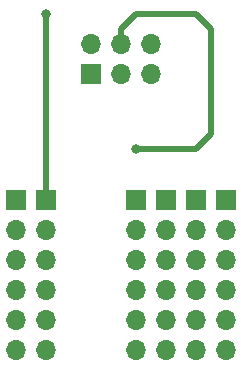
<source format=gbr>
G04 #@! TF.GenerationSoftware,KiCad,Pcbnew,(5.0.1-3-g963ef8bb5)*
G04 #@! TF.CreationDate,2018-12-11T08:39:45-08:00*
G04 #@! TF.ProjectId,isp_adapter,6973705F616461707465722E6B696361,rev?*
G04 #@! TF.SameCoordinates,Original*
G04 #@! TF.FileFunction,Copper,L2,Bot,Signal*
G04 #@! TF.FilePolarity,Positive*
%FSLAX46Y46*%
G04 Gerber Fmt 4.6, Leading zero omitted, Abs format (unit mm)*
G04 Created by KiCad (PCBNEW (5.0.1-3-g963ef8bb5)) date Tuesday, December 11, 2018 at 08:39:45 AM*
%MOMM*%
%LPD*%
G01*
G04 APERTURE LIST*
G04 #@! TA.AperFunction,ComponentPad*
%ADD10O,1.700000X1.700000*%
G04 #@! TD*
G04 #@! TA.AperFunction,ComponentPad*
%ADD11R,1.700000X1.700000*%
G04 #@! TD*
G04 #@! TA.AperFunction,ViaPad*
%ADD12C,0.800000*%
G04 #@! TD*
G04 #@! TA.AperFunction,Conductor*
%ADD13C,0.500000*%
G04 #@! TD*
G04 APERTURE END LIST*
D10*
G04 #@! TO.P,J1,6*
G04 #@! TO.N,Net-(J1-Pad6)*
X130810000Y-106680000D03*
G04 #@! TO.P,J1,5*
G04 #@! TO.N,Net-(J1-Pad5)*
X130810000Y-109220000D03*
G04 #@! TO.P,J1,4*
G04 #@! TO.N,Net-(J1-Pad4)*
X128270000Y-106680000D03*
G04 #@! TO.P,J1,3*
G04 #@! TO.N,Net-(J1-Pad3)*
X128270000Y-109220000D03*
G04 #@! TO.P,J1,2*
G04 #@! TO.N,Net-(J1-Pad2)*
X125730000Y-106680000D03*
D11*
G04 #@! TO.P,J1,1*
G04 #@! TO.N,Net-(J1-Pad1)*
X125730000Y-109220000D03*
G04 #@! TD*
D10*
G04 #@! TO.P,PIN1,1*
G04 #@! TO.N,Net-(J1-Pad2)*
X119380000Y-132635001D03*
X119380000Y-130095001D03*
X119380000Y-127555001D03*
X119380000Y-125015001D03*
X119380000Y-122475001D03*
D11*
X119380000Y-119935001D03*
G04 #@! TD*
G04 #@! TO.P,PIN2,1*
G04 #@! TO.N,Net-(J1-Pad6)*
X121920000Y-119935001D03*
D10*
X121920000Y-122475001D03*
X121920000Y-125015001D03*
X121920000Y-127555001D03*
X121920000Y-130095001D03*
X121920000Y-132635001D03*
G04 #@! TD*
G04 #@! TO.P,PIN5,1*
G04 #@! TO.N,Net-(J1-Pad4)*
X129540000Y-132635001D03*
X129540000Y-130095001D03*
X129540000Y-127555001D03*
X129540000Y-125015001D03*
X129540000Y-122475001D03*
D11*
X129540000Y-119935001D03*
G04 #@! TD*
G04 #@! TO.P,PIN6,1*
G04 #@! TO.N,Net-(J1-Pad1)*
X132080000Y-119935001D03*
D10*
X132080000Y-122475001D03*
X132080000Y-125015001D03*
X132080000Y-127555001D03*
X132080000Y-130095001D03*
X132080000Y-132635001D03*
G04 #@! TD*
G04 #@! TO.P,PIN7,1*
G04 #@! TO.N,Net-(J1-Pad3)*
X134620000Y-132635001D03*
X134620000Y-130095001D03*
X134620000Y-127555001D03*
X134620000Y-125015001D03*
X134620000Y-122475001D03*
D11*
X134620000Y-119935001D03*
G04 #@! TD*
G04 #@! TO.P,PIN8,1*
G04 #@! TO.N,Net-(J1-Pad5)*
X137160000Y-119935001D03*
D10*
X137160000Y-122475001D03*
X137160000Y-125015001D03*
X137160000Y-127555001D03*
X137160000Y-130095001D03*
X137160000Y-132635001D03*
G04 #@! TD*
D12*
G04 #@! TO.N,Net-(J1-Pad6)*
X121920000Y-104140000D03*
G04 #@! TO.N,Net-(J1-Pad4)*
X129540000Y-115570000D03*
G04 #@! TD*
D13*
G04 #@! TO.N,Net-(J1-Pad6)*
X121920000Y-119935001D02*
X121920000Y-104140000D01*
G04 #@! TO.N,Net-(J1-Pad4)*
X128270000Y-106680000D02*
X128270000Y-105410000D01*
X128270000Y-105410000D02*
X129540000Y-104140000D01*
X129540000Y-104140000D02*
X134620000Y-104140000D01*
X134620000Y-104140000D02*
X135890000Y-105410000D01*
X135890000Y-105410000D02*
X135890000Y-114300000D01*
X135890000Y-114300000D02*
X134620000Y-115570000D01*
X134620000Y-115570000D02*
X129540000Y-115570000D01*
X129540000Y-115570000D02*
X129540000Y-115570000D01*
G04 #@! TD*
M02*

</source>
